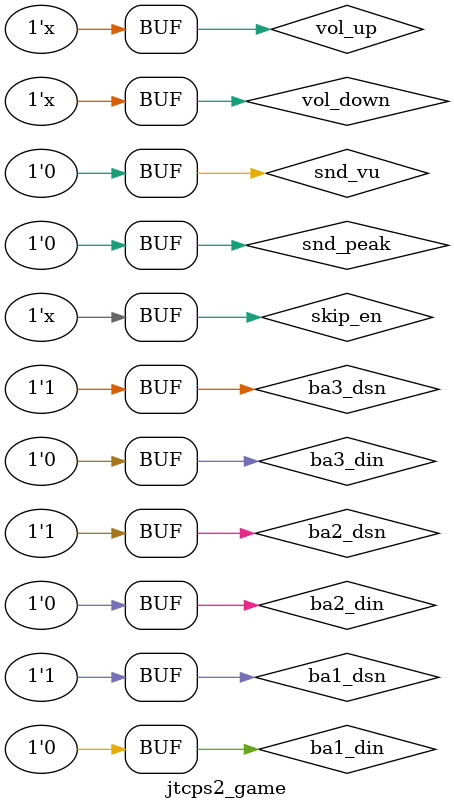
<source format=v>
/*  This file is part of JTCORES1.
    JTCORES1 program is free software: you can redistribute it and/or modify
    it under the terms of the GNU General Public License as published by
    the Free Software Foundation, either version 3 of the License, or
    (at your option) any later version.

    JTCORES1 program is distributed in the hope that it will be useful,
    but WITHOUT ANY WARRANTY; without even the implied warranty of
    MERCHANTABILITY or FITNESS FOR A PARTICULAR PURPOSE.  See the
    GNU General Public License for more details.

    You should have received a copy of the GNU General Public License
    along with JTCORES1.  If not, see <http://www.gnu.org/licenses/>.

    Author: Jose Tejada Gomez. Twitter: @topapate
    Version: 1.0
    Date: 18-9-2021 */

module jtcps2_game(
    `include "jtframe_game_ports.inc" // see $JTFRAME/hdl/inc/jtframe_game_ports.inc
);

wire        clk_gfx, rst_gfx, hold_rst;
wire        snd_cs, qsnd_cs,
            main_ram_cs, main_vram_cs, main_oram_cs, main_rom_cs,
            rom0_cs, rom1_cs,
            vram_dma_cs;
wire        obank;  // OBJ bank
wire [15:0] oram_base;
wire [18:0] snd_addr;
wire [22:0] qsnd_addr;
wire        prog_qsnd;
wire [ 7:0] snd_data, qsnd_data;
wire [17:1] ram_addr;
wire [21:1] main_rom_addr;
wire [15:0] main_ram_data, main_rom_data, main_dout, mmr_dout;
wire        main_rom_ok, main_ram_ok;
wire        ppu1_cs, ppu2_cs, ppu_rstn, objcfg_cs;
wire        raster;
wire [19:0] rom1_addr, rom0_addr;
wire [ 1:0] rom0_bank;
wire [31:0] rom0_data, rom1_data;
// Video RAM interface
wire [17:1] vram_dma_addr;
wire [15:0] vram_dma_data;
wire        vram_dma_ok, rom0_ok, rom1_ok, snd_ok, qsnd_ok;
wire [15:0] cpu_dout;
wire        cpu_speed;
wire        z80_rstn, star_bank;

wire        main_rnw, busreq, busack;

wire        vram_clr, vram_rfsh_en;
wire [ 8:0] hdump;
wire [ 8:0] vdump, vrender;

wire        rom0_half, rom1_half;
wire        cfg_we, key_we;
wire [ 1:0] joymode;

// CPS2 Objects
wire [12:0] gfx_oram_addr;
wire [15:0] gfx_oram_data;
wire        gfx_oram_ok, gfx_oram_clr, gfx_oram_cs;

// M68k - Sound subsystem communication
wire [ 7:0] main2qs_din;
wire [23:1] main2qs_addr;
wire        main2qs_cs, main_busakn, main_waitn;
wire [12:0] volume;

// EEPROM
wire        sclk, sdi, sdo, scs;

wire [ 1:0] dsn;
wire        cen16, cen16b, cen12, cen8, cen10b;
wire        cpu_cen, cpu_cenb;
wire        turbo, skip_en, video_flip;
reg         rst_game;

`include "turbo.vh"
assign skip_en  = status[7];
assign snd_vu   = 0;
assign snd_peak = 0;

assign ba1_din=0, ba2_din=0, ba3_din=0,
       ba1_dsn=3, ba2_dsn=3, ba3_dsn=3;
/* verilator tracing_off */
// CPU clock enable signals come from 48MHz domain
jtframe_cen48 u_cen48(
    .clk        ( clk48         ),
    .cen16      (               ),
    .cen16b     (               ),
    .cen12      ( cen12         ),
    .cen8       ( cen8          ),
    .cen6       (               ),
    .cen4       (               ),
    .cen4_12    (               ),
    .cen3       (               ),
    .cen3q      (               ),
    .cen1p5     (               ),
    // 180 shifted signals
    .cen12b     (               ),
    .cen6b      (               ),
    .cen3b      (               ),
    .cen3qb     (               ),
    .cen1p5b    (               )
);

assign clk_gfx = clk;
assign rst_gfx = rst;

always @(posedge clk) rst_game <= hold_rst | rst48;


localparam REGSIZE=24;

// Turbo speed disables DMA
wire busreq_cpu = busreq & ~turbo;
wire busack_cpu;

`ifndef NOMAIN
/* verilator tracing_off */
jtcps2_main u_main(
    .rst        ( rst_game          ),
    .clk_rom    ( clk               ),
    .clk        ( clk48             ),
    .cpu_cen    ( cpu_cen           ),
    // Timing
    .V          ( vdump             ),
    .LVBL       ( LVBL              ),
    .LHBL       ( LHBL              ),
    .skip_en    ( skip_en           ),
    // PPU
    .ppu1_cs    ( ppu1_cs           ),
    .ppu2_cs    ( ppu2_cs           ),
    .objcfg_cs  ( objcfg_cs         ),
    .ppu_rstn   ( ppu_rstn          ),
    .mmr_dout   ( mmr_dout          ),
    .raster     ( raster            ),
    //.raster     ( 1'b0            ),
    // Keys
    .prog_din   ( prog_data[7:0]    ),
    .key_we     ( key_we            ),
    // Sound
    .z80_rstn    ( z80_rstn         ),
    .main2qs_din ( main2qs_din      ),
    .main2qs_addr( main2qs_addr     ),
    .main2qs_cs  ( main2qs_cs       ),
    .main2qs_busakn( main_busakn    ),
    .main2qs_waitn( main_waitn      ),
    .UDSWn      ( dsn[1]            ),
    .LDSWn      ( dsn[0]            ),
    .volume     ( volume            ),
    // cabinet I/O
    // Cabinet input
    .cab_1p      ( cab_1p           ),
    .coin        ( coin             ),
    .joymode     ( joymode          ),
    .joystick1   ( joystick1        ),
    .joystick2   ( joystick2        ),
    .joystick3   ( joystick3        ),
    .joystick4   ( joystick4        ),
    .service     ( service          ),
    .tilt        ( 1'b1             ),
    .dipsw       ( dipsw            ),
    .dial_x      ( dial_x           ),
    .dial_y      ( dial_y           ),
    // BUS sharing
    .busreq      ( busreq_cpu       ),
    .busack      ( busack_cpu       ),
    .RnW         ( main_rnw         ),
    // RAM/VRAM access
    .addr        ( ram_addr         ),
    .cpu_dout    ( main_dout        ),
    .ram_cs      ( main_ram_cs      ),
    .vram_cs     ( main_vram_cs     ),
    .oram_cs     ( main_oram_cs     ),
    .obank       ( obank            ),
    .oram_base   ( oram_base        ),
    .ram_data    ( main_ram_data    ),
    .ram_ok      ( main_ram_ok      ),
    // ROM access
    .rom_cs      ( main_rom_cs      ),
    .rom_addr    ( main_rom_addr    ),
    .rom_data    ( main_rom_data    ),
    .rom_ok      ( main_rom_ok      ),
    // DIP switches
    .dip_pause   ( dip_pause        ),
    .dip_test    ( dip_test         ),
    // EEPROM
    .eeprom_sclk ( sclk             ),
    .eeprom_sdi  ( sdi              ),
    .eeprom_sdo  ( sdo              ),
    .eeprom_scs  ( scs              ),
    // Debug
    .debug_bus   ( debug_bus        ),
    .st_dout     ( debug_view       )
);

assign busack = busack_cpu | turbo;

`else
    assign ram_addr      = 0;
    assign main_ram_cs   = 0;
    assign main_vram_cs  = 0;
    assign main_rom_cs   = 0;
    assign oram_base     = 0;
    assign main_oram_cs  = 0;
    assign main_rom_addr = 0;
    assign main_dout     = 0;
    assign z80_rstn      = 1;
    assign dsn           = 2'b11;
    assign main_rnw      = 1;
    assign sclk          = 0;
    assign sdi           = 0;
    assign scs           = 0;
    assign obank         = 0;
    assign busack        = 1;
    assign ppu1_cs       = 0;
    assign ppu2_cs       = 0;
    assign objcfg_cs     = 0;
    assign ppu_rstn      = 1;
    assign cpu_dout      = 0;
`endif

reg rst_video, rst_sdram;

always @(negedge clk_gfx) begin
    rst_video <= rst_gfx;
end

always @(negedge clk) begin
    rst_sdram <= rst;
end

assign dip_flip = video_flip;
/* verilator tracing_on */
jtcps1_video #(REGSIZE) u_video(
    .rst            ( rst_video     ),
    .clk            ( clk_gfx       ),
    .clk_cpu        ( clk48         ),
    .pxl2_cen       ( pxl2_cen      ),
    .pxl_cen        ( pxl_cen       ),

    .hdump          ( hdump         ),
    .vdump          ( vdump         ),
    .vrender        ( vrender       ),
    .gfx_en         ( gfx_en        ),
    .debug_bus      ( debug_bus     ),
    .cpu_speed      ( cpu_speed     ),
    .charger        (               ),
    .kabuki_en      (               ),
    .raster         ( raster        ),

    // CPU interface
    .ppu_rstn       ( ppu_rstn      ),
    .ppu1_cs        ( ppu1_cs       ),
    .ppu2_cs        ( ppu2_cs       ),
    .addr           ( ram_addr[12:1]),
    .dsn            ( dsn           ),      // data select, active low
    .cpu_dout       ( main_dout     ),
    .mmr_dout       ( mmr_dout      ),
    // BUS sharing
    .busreq         ( busreq        ),
    .busack         ( busack        ),

    // Object RAM
    .obank          ( obank         ),
    .oram_addr      ( gfx_oram_addr ),
    .oram_ok        ( gfx_oram_ok   ),
    .oram_data      ( gfx_oram_data ),
    .oram_clr       ( gfx_oram_clr  ),
    .oram_cs        ( gfx_oram_cs   ),
    .objcfg_cs      ( objcfg_cs     ),

    // Video signal
    .HS             ( HS            ),
    .VS             ( VS            ),
    .LHBL           ( LHBL          ),
    .LVBL           ( LVBL          ),
    .red            ( red           ),
    .green          ( green         ),
    .blue           ( blue          ),
    .flip           ( video_flip    ),

    // CPS-B Registers
    .cfg_we         ( cfg_we        ),
    .cfg_data       ( prog_data[7:0]),

    // Extra inputs read through the C-Board
    .cab_1p   ( cab_1p  ),
    .coin     ( coin    ),
    .joystick1      ( 10'h3ff       ),
    .joystick2      ( 10'h3ff       ),
    .joystick3      ( 10'h3ff       ),
    .joystick4      ( 10'h3ff       ),

    // Video RAM interface
    .vram_dma_addr  ( vram_dma_addr ),
    .vram_dma_data  ( vram_dma_data ),
    .vram_dma_ok    ( vram_dma_ok   ),
    .vram_dma_cs    ( vram_dma_cs   ),
    .vram_dma_clr   ( vram_clr      ),
    .vram_rfsh_en   ( vram_rfsh_en  ),

    // GFX ROM interface
    .rom1_addr      ( rom1_addr     ),
    .rom1_half      ( rom1_half     ),
    .rom1_data      ( rom1_data     ),
    .rom1_cs        ( rom1_cs       ),
    .rom1_ok        ( rom1_ok       ),
    .rom0_addr      ( rom0_addr     ),
    .rom0_bank      ( rom0_bank     ),
    .rom0_half      ( rom0_half     ),
    .rom0_data      ( rom0_data     ),
    .rom0_cs        ( rom0_cs       ),
    .rom0_ok        ( rom0_ok       ),

    .star_bank      ( star_bank     ),
    .star0_addr     (               ),
    .star0_data     ( 0             ),
    .star0_cs       (               ),
    .star0_ok       ( 1'b1          ),

    .star1_addr     (               ),
    .star1_data     ( 0             ),
    .star1_cs       (               ),
    .star1_ok       ( 1'b1          ),

    // Watched signals
    .watch_vram_cs  ( main_vram_cs  ),
    .watch          (               )
);

// Sound CPU cannot be disabled as there is
// interaction between both CPUs at power up
reg qsnd_rst;

always @(posedge clk48, posedge rst) begin
    if( rst )
        qsnd_rst  <= 1;
    else
        qsnd_rst  <= ~z80_rstn;
end

wire vol_up   = ~(coin[0] | joystick1[3]);
wire vol_down = ~(coin[0] | joystick1[2]);

`ifndef NOMAIN
/* verilator tracing_off */
jtcps15_sound u_sound(
    .rst        ( qsnd_rst          ),
    .clk48      ( clk48             ),
    .clk96      ( clk               ),
    .cen8       ( cen8              ),
    .vol_up     ( vol_up            ),
    .vol_down   ( vol_down          ),
    .volume     ( volume            ),
    // Decode keys
    .kabuki_we  ( 1'b0              ),
    .kabuki_en  ( 1'b0              ),

    // Interface with main CPU
    .main_addr  ( main2qs_addr      ),
    .main_dout  ( main_dout[7:0]    ),
    .main_din   ( main2qs_din       ),
    .main_ldswn ( dsn[0]            ),
    .main_buse_n( ~main2qs_cs       ),
    .main_busakn( main_busakn       ),
    .main_waitn ( main_waitn        ),

    // ROM
    .rom_addr   ( snd_addr          ),
    .rom_cs     ( snd_cs            ),
    .rom_data   ( snd_data          ),
    .rom_ok     ( snd_ok            ),

    // QSound sample ROM
    .qsnd_addr  ( qsnd_addr         ), // max 8 MB.
    .qsnd_cs    ( qsnd_cs           ),
    .qsnd_data  ( qsnd_data         ),
    .qsnd_ok    ( qsnd_ok           ),

    // ROM programming interface
    .prog_addr  ( prog_addr[12:0]   ),
    .prog_data  ( prog_data[7:0]    ),
    .prog_we    ( prog_qsnd         ),

    // Sound output
    .left       ( snd_left          ),
    .right      ( snd_right         ),
    .sample     ( sample            )
);
`else
    assign snd_left  = 0;
    assign snd_right = 0;
    assign sample    = 0;
    assign snd_cs    = 0;
    assign snd_addr  = 0;
    assign qsnd_cs   = 0;
    assign qsnd_addr = 0;
`endif
/* verilator tracing_off */
jtcps1_sdram #(.CPS(2), .REGSIZE(REGSIZE)) u_sdram (
    .rst         ( rst_sdram     ),
    .clk         ( clk           ),
    .clk_gfx     ( clk_gfx       ),
    .clk_cpu     ( clk48         ),
    .LVBL        ( LVBL          ),
    .hold_rst    ( hold_rst      ),

    .ioctl_rom   ( ioctl_rom     ),
    .dwnld_busy  ( dwnld_busy    ),
    .cfg_we      ( cfg_we        ),

    // ROM LOAD
    .ioctl_addr  ( ioctl_addr    ),
    .ioctl_dout  ( ioctl_dout    ),
    .ioctl_din   ( ioctl_din     ),
    .ioctl_wr    ( ioctl_wr      ),
    .ioctl_ram   ( ioctl_ram     ),
    .prog_addr   ( prog_addr     ),
    .prog_data   ( prog_data     ),
    .prog_mask   ( prog_mask     ),
    .prog_ba     ( prog_ba       ),
    .prog_we     ( prog_we       ),
    .prog_rd     ( prog_rd       ),
    .prog_rdy    ( prog_rdy      ),
    .prog_qsnd   ( prog_qsnd     ),
    .kabuki_we   (               ), // disabled for CPS2
    .cps2_key_we ( key_we        ),
    .cps2_joymode( joymode       ),
    // joystick type


    // EEPROM
    .sclk           ( sclk          ),
    .sdi            ( sdi           ),
    .sdo            ( sdo           ),
    .scs            ( scs           ),
    .dump_flag      (               ),

    // Main CPU
    .main_rom_cs    ( main_rom_cs   ),
    .main_rom_ok    ( main_rom_ok   ),
    .main_rom_addr  ( main_rom_addr ),
    .main_rom_data  ( main_rom_data ),

    // VRAM
    .vram_clr       ( vram_clr      ),
    .vram_dma_cs    ( vram_dma_cs   ),
    .main_ram_cs    ( main_ram_cs   ),
    .main_vram_cs   ( main_vram_cs  ),
    .main_oram_cs   ( main_oram_cs  ),
    .obank          ( obank         ),
    .oram_base      ( oram_base     ),
    .vram_rfsh_en   ( vram_rfsh_en  ),

    .dsn            ( dsn           ),
    .main_dout      ( main_dout     ),
    .main_rnw       ( main_rnw      ),

    .main_ram_ok    ( main_ram_ok   ),
    .vram_dma_ok    ( vram_dma_ok   ),

    .main_ram_addr  ( ram_addr      ),
    .vram_dma_addr  ( vram_dma_addr ),

    .main_ram_data  ( main_ram_data ),
    .vram_dma_data  ( vram_dma_data ),

    .gfx_oram_addr  ( gfx_oram_addr ),
    .gfx_oram_data  ( gfx_oram_data ),
    .gfx_oram_ok    ( gfx_oram_ok   ),
    .gfx_oram_clr   ( gfx_oram_clr  ),
    .gfx_oram_cs    ( gfx_oram_cs   ),

    // Sound CPU and PCM
    .snd_cs      ( snd_cs        ),
    .pcm_cs      ( qsnd_cs       ),

    .snd_ok      ( snd_ok        ),
    .pcm_ok      ( qsnd_ok       ),

    .snd_addr    ( snd_addr      ),
    .pcm_addr    ( qsnd_addr     ),

    .snd_data    ( snd_data      ),
    .pcm_data    ( qsnd_data     ),

    // Graphics
    .rom0_cs     ( rom0_cs       ),
    .rom1_cs     ( rom1_cs       ),

    .rom0_ok     ( rom0_ok       ),
    .rom1_ok     ( rom1_ok       ),

    .rom0_addr   ( rom0_addr     ),
    .rom0_bank   ( rom0_bank     ),
    .rom1_addr   ( rom1_addr     ),

    .rom0_half   ( rom0_half     ),
    .rom1_half   ( rom1_half     ),

    .rom0_data   ( rom0_data     ),
    .rom1_data   ( rom1_data     ),

    .star_bank   ( star_bank     ),
    .star0_addr  ( 13'd0         ),
    .star0_data  (               ),
    .star0_ok    (               ),
    .star0_cs    ( 1'b0          ),

    .star1_addr  ( 13'd0         ),
    .star1_data  (               ),
    .star1_ok    (               ),
    .star1_cs    ( 1'b0          ),

    // Bank 0: allows R/W
    .ba0_addr    ( ba0_addr      ),
    .ba1_addr    ( ba1_addr      ),
    .ba2_addr    ( ba2_addr      ),
    .ba3_addr    ( ba3_addr      ),
    .ba_rd       ( ba_rd         ),
    .ba_wr       ( ba_wr         ),
    .ba_ack      ( ba_ack        ),
    .ba_dst      ( ba_dst        ),
    .ba_dok      ( ba_dok        ),
    .ba_rdy      ( ba_rdy        ),
    .ba0_din     ( ba0_din       ),
    .ba0_dsn     ( ba0_dsn       ),

    .data_read   ( data_read     )
);

endmodule

</source>
